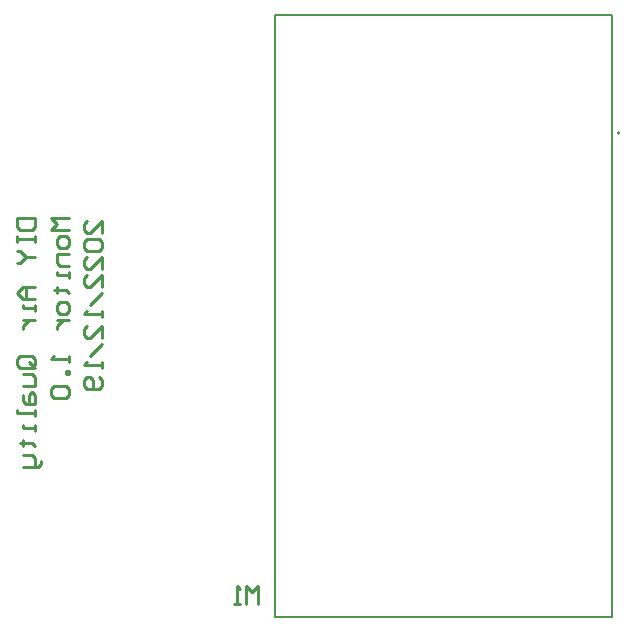
<source format=gbo>
G04*
G04 #@! TF.GenerationSoftware,Altium Limited,Altium Designer,20.0.2 (26)*
G04*
G04 Layer_Color=32896*
%FSLAX44Y44*%
%MOMM*%
G71*
G01*
G75*
%ADD10C,0.2000*%
%ADD14C,0.2540*%
%ADD15C,0.1270*%
D10*
X1092170Y1166870D02*
G03*
X1092170Y1166870I-1000J0D01*
G01*
D14*
X581418Y1094740D02*
X596654D01*
Y1087122D01*
X594114Y1084583D01*
X583958D01*
X581418Y1087122D01*
Y1094740D01*
Y1079505D02*
Y1074427D01*
Y1076966D01*
X596654D01*
Y1079505D01*
Y1074427D01*
X581418Y1066809D02*
X583958D01*
X589036Y1061731D01*
X583958Y1056652D01*
X581418D01*
X589036Y1061731D02*
X596654D01*
Y1036339D02*
X586497D01*
X581418Y1031261D01*
X586497Y1026182D01*
X596654D01*
X589036D01*
Y1036339D01*
X596654Y1021104D02*
Y1016025D01*
Y1018565D01*
X586497D01*
Y1021104D01*
Y1008408D02*
X596654D01*
X591575D01*
X589036Y1005869D01*
X586497Y1003330D01*
Y1000790D01*
X594114Y967781D02*
X583958D01*
X581418Y970320D01*
Y975399D01*
X583958Y977938D01*
X594114D01*
X596654Y975399D01*
Y970320D01*
X591575Y972859D02*
X596654Y967781D01*
Y970320D02*
X594114Y967781D01*
X586497Y962703D02*
X594114D01*
X596654Y960163D01*
Y952546D01*
X586497D01*
Y944929D02*
Y939850D01*
X589036Y937311D01*
X596654D01*
Y944929D01*
X594114Y947468D01*
X591575Y944929D01*
Y937311D01*
X596654Y932233D02*
Y927154D01*
Y929693D01*
X581418D01*
Y932233D01*
X596654Y919537D02*
Y914458D01*
Y916998D01*
X586497D01*
Y919537D01*
X583958Y904302D02*
X586497D01*
Y906841D01*
Y901762D01*
Y904302D01*
X594114D01*
X596654Y901762D01*
X586497Y894145D02*
X594114D01*
X596654Y891606D01*
Y883988D01*
X599193D01*
X601732Y886527D01*
Y889067D01*
X596654Y883988D02*
X586497D01*
X626110Y1094740D02*
X610875D01*
X615953Y1089662D01*
X610875Y1084583D01*
X626110D01*
Y1076966D02*
Y1071887D01*
X623571Y1069348D01*
X618493D01*
X615953Y1071887D01*
Y1076966D01*
X618493Y1079505D01*
X623571D01*
X626110Y1076966D01*
Y1064270D02*
X615953D01*
Y1056652D01*
X618493Y1054113D01*
X626110D01*
Y1049035D02*
Y1043956D01*
Y1046496D01*
X615953D01*
Y1049035D01*
X613414Y1033800D02*
X615953D01*
Y1036339D01*
Y1031261D01*
Y1033800D01*
X623571D01*
X626110Y1031261D01*
Y1021104D02*
Y1016025D01*
X623571Y1013486D01*
X618493D01*
X615953Y1016025D01*
Y1021104D01*
X618493Y1023643D01*
X623571D01*
X626110Y1021104D01*
X615953Y1008408D02*
X626110D01*
X621032D01*
X618493Y1005869D01*
X615953Y1003330D01*
Y1000790D01*
X626110Y977938D02*
Y972859D01*
Y975399D01*
X610875D01*
X613414Y977938D01*
X626110Y965242D02*
X623571D01*
Y962703D01*
X626110D01*
Y965242D01*
X613414Y952546D02*
X610875Y950007D01*
Y944929D01*
X613414Y942389D01*
X623571D01*
X626110Y944929D01*
Y950007D01*
X623571Y952546D01*
X613414D01*
X786130Y768350D02*
Y783585D01*
X781052Y778507D01*
X775973Y783585D01*
Y768350D01*
X770895D02*
X765817D01*
X768356D01*
Y783585D01*
X770895Y781046D01*
X654050Y1082043D02*
Y1092200D01*
X643893Y1082043D01*
X641354D01*
X638815Y1084583D01*
Y1089661D01*
X641354Y1092200D01*
Y1076965D02*
X638815Y1074426D01*
Y1069347D01*
X641354Y1066808D01*
X651511D01*
X654050Y1069347D01*
Y1074426D01*
X651511Y1076965D01*
X641354D01*
X654050Y1051573D02*
Y1061730D01*
X643893Y1051573D01*
X641354D01*
X638815Y1054112D01*
Y1059191D01*
X641354Y1061730D01*
X654050Y1036338D02*
Y1046495D01*
X643893Y1036338D01*
X641354D01*
X638815Y1038877D01*
Y1043956D01*
X641354Y1046495D01*
X654050Y1031260D02*
X643893Y1021103D01*
X654050Y1016025D02*
Y1010946D01*
Y1013485D01*
X638815D01*
X641354Y1016025D01*
X654050Y993172D02*
Y1003329D01*
X643893Y993172D01*
X641354D01*
X638815Y995711D01*
Y1000790D01*
X641354Y1003329D01*
X654050Y988094D02*
X643893Y977937D01*
X654050Y972859D02*
Y967780D01*
Y970319D01*
X638815D01*
X641354Y972859D01*
X651511Y960163D02*
X654050Y957624D01*
Y952545D01*
X651511Y950006D01*
X641354D01*
X638815Y952545D01*
Y957624D01*
X641354Y960163D01*
X643893D01*
X646432Y957624D01*
Y950006D01*
D15*
X800370Y756970D02*
X854870D01*
X1031770D01*
X1085470D01*
X800370D02*
Y1266470D01*
X1085470Y756970D02*
Y1266470D01*
X800370D02*
X907670D01*
X974780D01*
X1085470D01*
Y756970D02*
Y1266470D01*
X800370D02*
X1085470D01*
X800370Y756970D02*
X1085470D01*
X800370D02*
Y1266470D01*
M02*

</source>
